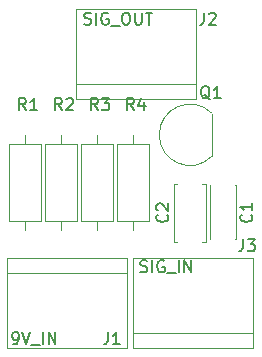
<source format=gbr>
G04 #@! TF.GenerationSoftware,KiCad,Pcbnew,(5.1.5)-3*
G04 #@! TF.CreationDate,2020-04-29T10:24:11+03:00*
G04 #@! TF.ProjectId,Single_transistor_AMP,53696e67-6c65-45f7-9472-616e73697374,V1.1*
G04 #@! TF.SameCoordinates,Original*
G04 #@! TF.FileFunction,Legend,Top*
G04 #@! TF.FilePolarity,Positive*
%FSLAX46Y46*%
G04 Gerber Fmt 4.6, Leading zero omitted, Abs format (unit mm)*
G04 Created by KiCad (PCBNEW (5.1.5)-3) date 2020-04-29 10:24:11*
%MOMM*%
%LPD*%
G04 APERTURE LIST*
%ADD10C,0.120000*%
%ADD11C,0.150000*%
G04 APERTURE END LIST*
D10*
X160582000Y-114784000D02*
X160582000Y-119324000D01*
X158442000Y-114784000D02*
X158442000Y-119324000D01*
X160582000Y-114784000D02*
X160567000Y-114784000D01*
X158457000Y-114784000D02*
X158442000Y-114784000D01*
X160582000Y-119324000D02*
X160567000Y-119324000D01*
X158457000Y-119324000D02*
X158442000Y-119324000D01*
X155348000Y-119604000D02*
X155348000Y-114664000D01*
X158088000Y-119604000D02*
X158088000Y-114664000D01*
X155348000Y-119604000D02*
X155663000Y-119604000D01*
X157773000Y-119604000D02*
X158088000Y-119604000D01*
X155348000Y-114664000D02*
X155663000Y-114664000D01*
X157773000Y-114664000D02*
X158088000Y-114664000D01*
X141224000Y-122174000D02*
X151384000Y-122174000D01*
X141224000Y-120904000D02*
X141224000Y-128524000D01*
X141224000Y-128524000D02*
X151384000Y-128524000D01*
X151384000Y-128524000D02*
X151384000Y-120904000D01*
X151384000Y-120904000D02*
X141224000Y-120904000D01*
X147066000Y-107442000D02*
X157226000Y-107442000D01*
X147066000Y-99822000D02*
X147066000Y-107442000D01*
X157226000Y-99822000D02*
X147066000Y-99822000D01*
X157226000Y-107442000D02*
X157226000Y-99822000D01*
X157226000Y-106172000D02*
X147066000Y-106172000D01*
X162052000Y-127254000D02*
X151892000Y-127254000D01*
X162052000Y-128524000D02*
X162052000Y-120904000D01*
X162052000Y-120904000D02*
X151892000Y-120904000D01*
X151892000Y-120904000D02*
X151892000Y-128524000D01*
X151892000Y-128524000D02*
X162052000Y-128524000D01*
X158568000Y-112290000D02*
X158568000Y-108690000D01*
X158556478Y-112328478D02*
G75*
G02X154118000Y-110490000I-1838478J1838478D01*
G01*
X158556478Y-108651522D02*
G75*
G03X154118000Y-110490000I-1838478J-1838478D01*
G01*
X141378000Y-117824000D02*
X144118000Y-117824000D01*
X144118000Y-117824000D02*
X144118000Y-111284000D01*
X144118000Y-111284000D02*
X141378000Y-111284000D01*
X141378000Y-111284000D02*
X141378000Y-117824000D01*
X142748000Y-118594000D02*
X142748000Y-117824000D01*
X142748000Y-110514000D02*
X142748000Y-111284000D01*
X144426000Y-117824000D02*
X147166000Y-117824000D01*
X147166000Y-117824000D02*
X147166000Y-111284000D01*
X147166000Y-111284000D02*
X144426000Y-111284000D01*
X144426000Y-111284000D02*
X144426000Y-117824000D01*
X145796000Y-118594000D02*
X145796000Y-117824000D01*
X145796000Y-110514000D02*
X145796000Y-111284000D01*
X148844000Y-118594000D02*
X148844000Y-117824000D01*
X148844000Y-110514000D02*
X148844000Y-111284000D01*
X150214000Y-117824000D02*
X150214000Y-111284000D01*
X147474000Y-117824000D02*
X150214000Y-117824000D01*
X147474000Y-111284000D02*
X147474000Y-117824000D01*
X150214000Y-111284000D02*
X147474000Y-111284000D01*
X151892000Y-118594000D02*
X151892000Y-117824000D01*
X151892000Y-110514000D02*
X151892000Y-111284000D01*
X153262000Y-117824000D02*
X153262000Y-111284000D01*
X150522000Y-117824000D02*
X153262000Y-117824000D01*
X150522000Y-111284000D02*
X150522000Y-117824000D01*
X153262000Y-111284000D02*
X150522000Y-111284000D01*
D11*
X161901142Y-117260666D02*
X161948761Y-117308285D01*
X161996380Y-117451142D01*
X161996380Y-117546380D01*
X161948761Y-117689238D01*
X161853523Y-117784476D01*
X161758285Y-117832095D01*
X161567809Y-117879714D01*
X161424952Y-117879714D01*
X161234476Y-117832095D01*
X161139238Y-117784476D01*
X161044000Y-117689238D01*
X160996380Y-117546380D01*
X160996380Y-117451142D01*
X161044000Y-117308285D01*
X161091619Y-117260666D01*
X161996380Y-116308285D02*
X161996380Y-116879714D01*
X161996380Y-116594000D02*
X160996380Y-116594000D01*
X161139238Y-116689238D01*
X161234476Y-116784476D01*
X161282095Y-116879714D01*
X154789142Y-117260666D02*
X154836761Y-117308285D01*
X154884380Y-117451142D01*
X154884380Y-117546380D01*
X154836761Y-117689238D01*
X154741523Y-117784476D01*
X154646285Y-117832095D01*
X154455809Y-117879714D01*
X154312952Y-117879714D01*
X154122476Y-117832095D01*
X154027238Y-117784476D01*
X153932000Y-117689238D01*
X153884380Y-117546380D01*
X153884380Y-117451142D01*
X153932000Y-117308285D01*
X153979619Y-117260666D01*
X153979619Y-116879714D02*
X153932000Y-116832095D01*
X153884380Y-116736857D01*
X153884380Y-116498761D01*
X153932000Y-116403523D01*
X153979619Y-116355904D01*
X154074857Y-116308285D01*
X154170095Y-116308285D01*
X154312952Y-116355904D01*
X154884380Y-116927333D01*
X154884380Y-116308285D01*
X149780666Y-127214380D02*
X149780666Y-127928666D01*
X149733047Y-128071523D01*
X149637809Y-128166761D01*
X149494952Y-128214380D01*
X149399714Y-128214380D01*
X150780666Y-128214380D02*
X150209238Y-128214380D01*
X150494952Y-128214380D02*
X150494952Y-127214380D01*
X150399714Y-127357238D01*
X150304476Y-127452476D01*
X150209238Y-127500095D01*
X141748095Y-128214380D02*
X141938571Y-128214380D01*
X142033809Y-128166761D01*
X142081428Y-128119142D01*
X142176666Y-127976285D01*
X142224285Y-127785809D01*
X142224285Y-127404857D01*
X142176666Y-127309619D01*
X142129047Y-127262000D01*
X142033809Y-127214380D01*
X141843333Y-127214380D01*
X141748095Y-127262000D01*
X141700476Y-127309619D01*
X141652857Y-127404857D01*
X141652857Y-127642952D01*
X141700476Y-127738190D01*
X141748095Y-127785809D01*
X141843333Y-127833428D01*
X142033809Y-127833428D01*
X142129047Y-127785809D01*
X142176666Y-127738190D01*
X142224285Y-127642952D01*
X142510000Y-127214380D02*
X142843333Y-128214380D01*
X143176666Y-127214380D01*
X143271904Y-128309619D02*
X144033809Y-128309619D01*
X144271904Y-128214380D02*
X144271904Y-127214380D01*
X144748095Y-128214380D02*
X144748095Y-127214380D01*
X145319523Y-128214380D01*
X145319523Y-127214380D01*
X157908666Y-100156380D02*
X157908666Y-100870666D01*
X157861047Y-101013523D01*
X157765809Y-101108761D01*
X157622952Y-101156380D01*
X157527714Y-101156380D01*
X158337238Y-100251619D02*
X158384857Y-100204000D01*
X158480095Y-100156380D01*
X158718190Y-100156380D01*
X158813428Y-100204000D01*
X158861047Y-100251619D01*
X158908666Y-100346857D01*
X158908666Y-100442095D01*
X158861047Y-100584952D01*
X158289619Y-101156380D01*
X158908666Y-101156380D01*
X147776666Y-101108761D02*
X147919523Y-101156380D01*
X148157619Y-101156380D01*
X148252857Y-101108761D01*
X148300476Y-101061142D01*
X148348095Y-100965904D01*
X148348095Y-100870666D01*
X148300476Y-100775428D01*
X148252857Y-100727809D01*
X148157619Y-100680190D01*
X147967142Y-100632571D01*
X147871904Y-100584952D01*
X147824285Y-100537333D01*
X147776666Y-100442095D01*
X147776666Y-100346857D01*
X147824285Y-100251619D01*
X147871904Y-100204000D01*
X147967142Y-100156380D01*
X148205238Y-100156380D01*
X148348095Y-100204000D01*
X148776666Y-101156380D02*
X148776666Y-100156380D01*
X149776666Y-100204000D02*
X149681428Y-100156380D01*
X149538571Y-100156380D01*
X149395714Y-100204000D01*
X149300476Y-100299238D01*
X149252857Y-100394476D01*
X149205238Y-100584952D01*
X149205238Y-100727809D01*
X149252857Y-100918285D01*
X149300476Y-101013523D01*
X149395714Y-101108761D01*
X149538571Y-101156380D01*
X149633809Y-101156380D01*
X149776666Y-101108761D01*
X149824285Y-101061142D01*
X149824285Y-100727809D01*
X149633809Y-100727809D01*
X150014761Y-101251619D02*
X150776666Y-101251619D01*
X151205238Y-100156380D02*
X151395714Y-100156380D01*
X151490952Y-100204000D01*
X151586190Y-100299238D01*
X151633809Y-100489714D01*
X151633809Y-100823047D01*
X151586190Y-101013523D01*
X151490952Y-101108761D01*
X151395714Y-101156380D01*
X151205238Y-101156380D01*
X151110000Y-101108761D01*
X151014761Y-101013523D01*
X150967142Y-100823047D01*
X150967142Y-100489714D01*
X151014761Y-100299238D01*
X151110000Y-100204000D01*
X151205238Y-100156380D01*
X152062380Y-100156380D02*
X152062380Y-100965904D01*
X152110000Y-101061142D01*
X152157619Y-101108761D01*
X152252857Y-101156380D01*
X152443333Y-101156380D01*
X152538571Y-101108761D01*
X152586190Y-101061142D01*
X152633809Y-100965904D01*
X152633809Y-100156380D01*
X152967142Y-100156380D02*
X153538571Y-100156380D01*
X153252857Y-101156380D02*
X153252857Y-100156380D01*
X161210666Y-119340380D02*
X161210666Y-120054666D01*
X161163047Y-120197523D01*
X161067809Y-120292761D01*
X160924952Y-120340380D01*
X160829714Y-120340380D01*
X161591619Y-119340380D02*
X162210666Y-119340380D01*
X161877333Y-119721333D01*
X162020190Y-119721333D01*
X162115428Y-119768952D01*
X162163047Y-119816571D01*
X162210666Y-119911809D01*
X162210666Y-120149904D01*
X162163047Y-120245142D01*
X162115428Y-120292761D01*
X162020190Y-120340380D01*
X161734476Y-120340380D01*
X161639238Y-120292761D01*
X161591619Y-120245142D01*
X152519333Y-122070761D02*
X152662190Y-122118380D01*
X152900285Y-122118380D01*
X152995523Y-122070761D01*
X153043142Y-122023142D01*
X153090761Y-121927904D01*
X153090761Y-121832666D01*
X153043142Y-121737428D01*
X152995523Y-121689809D01*
X152900285Y-121642190D01*
X152709809Y-121594571D01*
X152614571Y-121546952D01*
X152566952Y-121499333D01*
X152519333Y-121404095D01*
X152519333Y-121308857D01*
X152566952Y-121213619D01*
X152614571Y-121166000D01*
X152709809Y-121118380D01*
X152947904Y-121118380D01*
X153090761Y-121166000D01*
X153519333Y-122118380D02*
X153519333Y-121118380D01*
X154519333Y-121166000D02*
X154424095Y-121118380D01*
X154281238Y-121118380D01*
X154138380Y-121166000D01*
X154043142Y-121261238D01*
X153995523Y-121356476D01*
X153947904Y-121546952D01*
X153947904Y-121689809D01*
X153995523Y-121880285D01*
X154043142Y-121975523D01*
X154138380Y-122070761D01*
X154281238Y-122118380D01*
X154376476Y-122118380D01*
X154519333Y-122070761D01*
X154566952Y-122023142D01*
X154566952Y-121689809D01*
X154376476Y-121689809D01*
X154757428Y-122213619D02*
X155519333Y-122213619D01*
X155757428Y-122118380D02*
X155757428Y-121118380D01*
X156233619Y-122118380D02*
X156233619Y-121118380D01*
X156805047Y-122118380D01*
X156805047Y-121118380D01*
X158400761Y-107481619D02*
X158305523Y-107434000D01*
X158210285Y-107338761D01*
X158067428Y-107195904D01*
X157972190Y-107148285D01*
X157876952Y-107148285D01*
X157924571Y-107386380D02*
X157829333Y-107338761D01*
X157734095Y-107243523D01*
X157686476Y-107053047D01*
X157686476Y-106719714D01*
X157734095Y-106529238D01*
X157829333Y-106434000D01*
X157924571Y-106386380D01*
X158115047Y-106386380D01*
X158210285Y-106434000D01*
X158305523Y-106529238D01*
X158353142Y-106719714D01*
X158353142Y-107053047D01*
X158305523Y-107243523D01*
X158210285Y-107338761D01*
X158115047Y-107386380D01*
X157924571Y-107386380D01*
X159305523Y-107386380D02*
X158734095Y-107386380D01*
X159019809Y-107386380D02*
X159019809Y-106386380D01*
X158924571Y-106529238D01*
X158829333Y-106624476D01*
X158734095Y-106672095D01*
X142835333Y-108402380D02*
X142502000Y-107926190D01*
X142263904Y-108402380D02*
X142263904Y-107402380D01*
X142644857Y-107402380D01*
X142740095Y-107450000D01*
X142787714Y-107497619D01*
X142835333Y-107592857D01*
X142835333Y-107735714D01*
X142787714Y-107830952D01*
X142740095Y-107878571D01*
X142644857Y-107926190D01*
X142263904Y-107926190D01*
X143787714Y-108402380D02*
X143216285Y-108402380D01*
X143502000Y-108402380D02*
X143502000Y-107402380D01*
X143406761Y-107545238D01*
X143311523Y-107640476D01*
X143216285Y-107688095D01*
X145883333Y-108402380D02*
X145550000Y-107926190D01*
X145311904Y-108402380D02*
X145311904Y-107402380D01*
X145692857Y-107402380D01*
X145788095Y-107450000D01*
X145835714Y-107497619D01*
X145883333Y-107592857D01*
X145883333Y-107735714D01*
X145835714Y-107830952D01*
X145788095Y-107878571D01*
X145692857Y-107926190D01*
X145311904Y-107926190D01*
X146264285Y-107497619D02*
X146311904Y-107450000D01*
X146407142Y-107402380D01*
X146645238Y-107402380D01*
X146740476Y-107450000D01*
X146788095Y-107497619D01*
X146835714Y-107592857D01*
X146835714Y-107688095D01*
X146788095Y-107830952D01*
X146216666Y-108402380D01*
X146835714Y-108402380D01*
X148931333Y-108402380D02*
X148598000Y-107926190D01*
X148359904Y-108402380D02*
X148359904Y-107402380D01*
X148740857Y-107402380D01*
X148836095Y-107450000D01*
X148883714Y-107497619D01*
X148931333Y-107592857D01*
X148931333Y-107735714D01*
X148883714Y-107830952D01*
X148836095Y-107878571D01*
X148740857Y-107926190D01*
X148359904Y-107926190D01*
X149264666Y-107402380D02*
X149883714Y-107402380D01*
X149550380Y-107783333D01*
X149693238Y-107783333D01*
X149788476Y-107830952D01*
X149836095Y-107878571D01*
X149883714Y-107973809D01*
X149883714Y-108211904D01*
X149836095Y-108307142D01*
X149788476Y-108354761D01*
X149693238Y-108402380D01*
X149407523Y-108402380D01*
X149312285Y-108354761D01*
X149264666Y-108307142D01*
X151979333Y-108402380D02*
X151646000Y-107926190D01*
X151407904Y-108402380D02*
X151407904Y-107402380D01*
X151788857Y-107402380D01*
X151884095Y-107450000D01*
X151931714Y-107497619D01*
X151979333Y-107592857D01*
X151979333Y-107735714D01*
X151931714Y-107830952D01*
X151884095Y-107878571D01*
X151788857Y-107926190D01*
X151407904Y-107926190D01*
X152836476Y-107735714D02*
X152836476Y-108402380D01*
X152598380Y-107354761D02*
X152360285Y-108069047D01*
X152979333Y-108069047D01*
M02*

</source>
